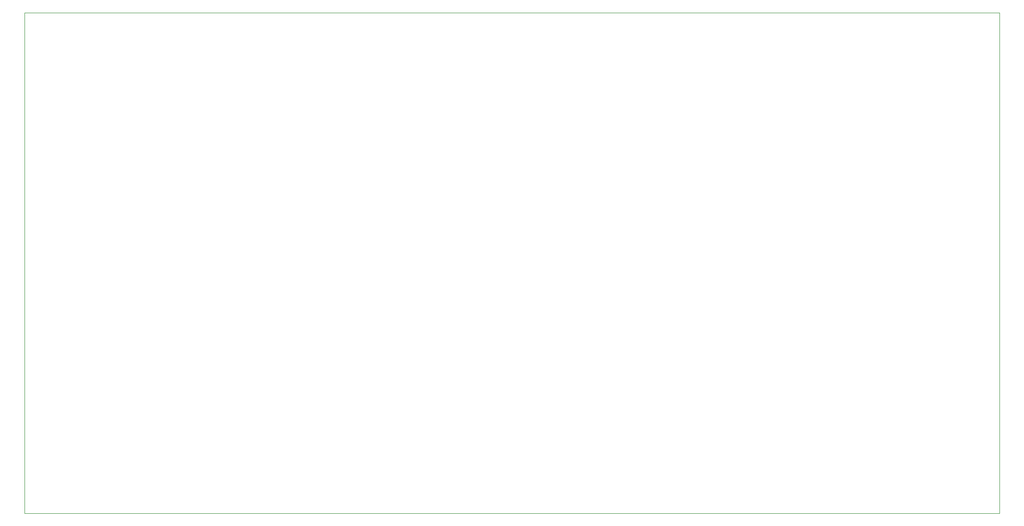
<source format=gbr>
G04 #@! TF.GenerationSoftware,KiCad,Pcbnew,8.0.4*
G04 #@! TF.CreationDate,2024-09-06T09:29:33+02:00*
G04 #@! TF.ProjectId,skaner3d,736b616e-6572-4336-942e-6b696361645f,rev?*
G04 #@! TF.SameCoordinates,Original*
G04 #@! TF.FileFunction,Profile,NP*
%FSLAX46Y46*%
G04 Gerber Fmt 4.6, Leading zero omitted, Abs format (unit mm)*
G04 Created by KiCad (PCBNEW 8.0.4) date 2024-09-06 09:29:33*
%MOMM*%
%LPD*%
G01*
G04 APERTURE LIST*
G04 #@! TA.AperFunction,Profile*
%ADD10C,0.050000*%
G04 #@! TD*
G04 APERTURE END LIST*
D10*
X48500000Y-130000000D02*
X223500000Y-130000000D01*
X223500000Y-40000000D02*
X223500000Y-130000000D01*
X48500000Y-130000000D02*
X48500000Y-40000000D01*
X48500000Y-40000000D02*
X223500000Y-40000000D01*
M02*

</source>
